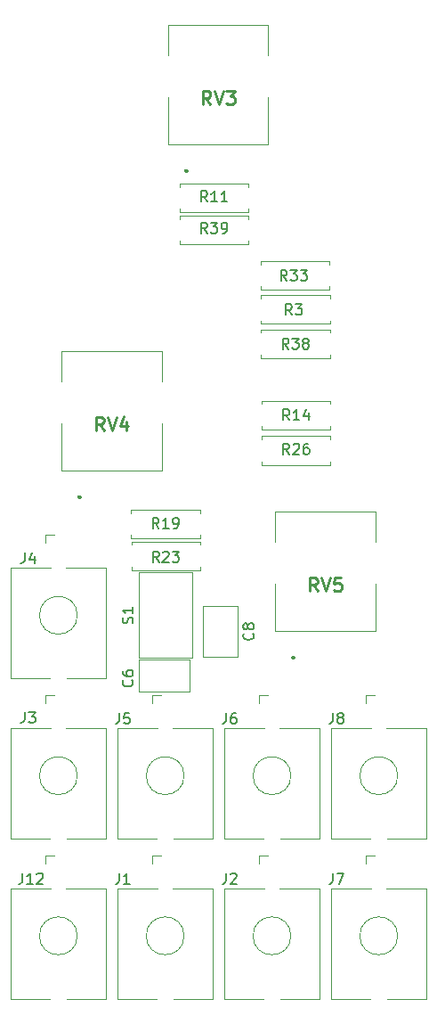
<source format=gbr>
%TF.GenerationSoftware,KiCad,Pcbnew,(6.0.4)*%
%TF.CreationDate,2022-06-07T17:20:58+01:00*%
%TF.ProjectId,control-board,636f6e74-726f-46c2-9d62-6f6172642e6b,rev?*%
%TF.SameCoordinates,Original*%
%TF.FileFunction,Legend,Top*%
%TF.FilePolarity,Positive*%
%FSLAX46Y46*%
G04 Gerber Fmt 4.6, Leading zero omitted, Abs format (unit mm)*
G04 Created by KiCad (PCBNEW (6.0.4)) date 2022-06-07 17:20:58*
%MOMM*%
%LPD*%
G01*
G04 APERTURE LIST*
%ADD10C,0.150000*%
%ADD11C,0.254000*%
%ADD12C,0.120000*%
%ADD13C,0.100000*%
%ADD14C,0.300000*%
G04 APERTURE END LIST*
D10*
%TO.C,J8*%
X45856666Y-93908380D02*
X45856666Y-94622666D01*
X45809047Y-94765523D01*
X45713809Y-94860761D01*
X45570952Y-94908380D01*
X45475714Y-94908380D01*
X46475714Y-94336952D02*
X46380476Y-94289333D01*
X46332857Y-94241714D01*
X46285238Y-94146476D01*
X46285238Y-94098857D01*
X46332857Y-94003619D01*
X46380476Y-93956000D01*
X46475714Y-93908380D01*
X46666190Y-93908380D01*
X46761428Y-93956000D01*
X46809047Y-94003619D01*
X46856666Y-94098857D01*
X46856666Y-94146476D01*
X46809047Y-94241714D01*
X46761428Y-94289333D01*
X46666190Y-94336952D01*
X46475714Y-94336952D01*
X46380476Y-94384571D01*
X46332857Y-94432190D01*
X46285238Y-94527428D01*
X46285238Y-94717904D01*
X46332857Y-94813142D01*
X46380476Y-94860761D01*
X46475714Y-94908380D01*
X46666190Y-94908380D01*
X46761428Y-94860761D01*
X46809047Y-94813142D01*
X46856666Y-94717904D01*
X46856666Y-94527428D01*
X46809047Y-94432190D01*
X46761428Y-94384571D01*
X46666190Y-94336952D01*
%TO.C,R19*%
X29297142Y-76354380D02*
X28963809Y-75878190D01*
X28725714Y-76354380D02*
X28725714Y-75354380D01*
X29106666Y-75354380D01*
X29201904Y-75402000D01*
X29249523Y-75449619D01*
X29297142Y-75544857D01*
X29297142Y-75687714D01*
X29249523Y-75782952D01*
X29201904Y-75830571D01*
X29106666Y-75878190D01*
X28725714Y-75878190D01*
X30249523Y-76354380D02*
X29678095Y-76354380D01*
X29963809Y-76354380D02*
X29963809Y-75354380D01*
X29868571Y-75497238D01*
X29773333Y-75592476D01*
X29678095Y-75640095D01*
X30725714Y-76354380D02*
X30916190Y-76354380D01*
X31011428Y-76306761D01*
X31059047Y-76259142D01*
X31154285Y-76116285D01*
X31201904Y-75925809D01*
X31201904Y-75544857D01*
X31154285Y-75449619D01*
X31106666Y-75402000D01*
X31011428Y-75354380D01*
X30820952Y-75354380D01*
X30725714Y-75402000D01*
X30678095Y-75449619D01*
X30630476Y-75544857D01*
X30630476Y-75782952D01*
X30678095Y-75878190D01*
X30725714Y-75925809D01*
X30820952Y-75973428D01*
X31011428Y-75973428D01*
X31106666Y-75925809D01*
X31154285Y-75878190D01*
X31201904Y-75782952D01*
%TO.C,J4*%
X16546666Y-78668380D02*
X16546666Y-79382666D01*
X16499047Y-79525523D01*
X16403809Y-79620761D01*
X16260952Y-79668380D01*
X16165714Y-79668380D01*
X17451428Y-79001714D02*
X17451428Y-79668380D01*
X17213333Y-78620761D02*
X16975238Y-79335047D01*
X17594285Y-79335047D01*
%TO.C,S1*%
X26784761Y-85375904D02*
X26832380Y-85233047D01*
X26832380Y-84994952D01*
X26784761Y-84899714D01*
X26737142Y-84852095D01*
X26641904Y-84804476D01*
X26546666Y-84804476D01*
X26451428Y-84852095D01*
X26403809Y-84899714D01*
X26356190Y-84994952D01*
X26308571Y-85185428D01*
X26260952Y-85280666D01*
X26213333Y-85328285D01*
X26118095Y-85375904D01*
X26022857Y-85375904D01*
X25927619Y-85328285D01*
X25880000Y-85280666D01*
X25832380Y-85185428D01*
X25832380Y-84947333D01*
X25880000Y-84804476D01*
X26832380Y-83852095D02*
X26832380Y-84423523D01*
X26832380Y-84137809D02*
X25832380Y-84137809D01*
X25975238Y-84233047D01*
X26070476Y-84328285D01*
X26118095Y-84423523D01*
D11*
%TO.C,RV4*%
X24059047Y-67045523D02*
X23635714Y-66440761D01*
X23333333Y-67045523D02*
X23333333Y-65775523D01*
X23817142Y-65775523D01*
X23938095Y-65836000D01*
X23998571Y-65896476D01*
X24059047Y-66017428D01*
X24059047Y-66198857D01*
X23998571Y-66319809D01*
X23938095Y-66380285D01*
X23817142Y-66440761D01*
X23333333Y-66440761D01*
X24421904Y-65775523D02*
X24845238Y-67045523D01*
X25268571Y-65775523D01*
X26236190Y-66198857D02*
X26236190Y-67045523D01*
X25933809Y-65715047D02*
X25631428Y-66622190D01*
X26417619Y-66622190D01*
D10*
%TO.C,R14*%
X41722142Y-66066380D02*
X41388809Y-65590190D01*
X41150714Y-66066380D02*
X41150714Y-65066380D01*
X41531666Y-65066380D01*
X41626904Y-65114000D01*
X41674523Y-65161619D01*
X41722142Y-65256857D01*
X41722142Y-65399714D01*
X41674523Y-65494952D01*
X41626904Y-65542571D01*
X41531666Y-65590190D01*
X41150714Y-65590190D01*
X42674523Y-66066380D02*
X42103095Y-66066380D01*
X42388809Y-66066380D02*
X42388809Y-65066380D01*
X42293571Y-65209238D01*
X42198333Y-65304476D01*
X42103095Y-65352095D01*
X43531666Y-65399714D02*
X43531666Y-66066380D01*
X43293571Y-65018761D02*
X43055476Y-65733047D01*
X43674523Y-65733047D01*
%TO.C,J6*%
X35696666Y-93908380D02*
X35696666Y-94622666D01*
X35649047Y-94765523D01*
X35553809Y-94860761D01*
X35410952Y-94908380D01*
X35315714Y-94908380D01*
X36601428Y-93908380D02*
X36410952Y-93908380D01*
X36315714Y-93956000D01*
X36268095Y-94003619D01*
X36172857Y-94146476D01*
X36125238Y-94336952D01*
X36125238Y-94717904D01*
X36172857Y-94813142D01*
X36220476Y-94860761D01*
X36315714Y-94908380D01*
X36506190Y-94908380D01*
X36601428Y-94860761D01*
X36649047Y-94813142D01*
X36696666Y-94717904D01*
X36696666Y-94479809D01*
X36649047Y-94384571D01*
X36601428Y-94336952D01*
X36506190Y-94289333D01*
X36315714Y-94289333D01*
X36220476Y-94336952D01*
X36172857Y-94384571D01*
X36125238Y-94479809D01*
%TO.C,R11*%
X33901142Y-45316380D02*
X33567809Y-44840190D01*
X33329714Y-45316380D02*
X33329714Y-44316380D01*
X33710666Y-44316380D01*
X33805904Y-44364000D01*
X33853523Y-44411619D01*
X33901142Y-44506857D01*
X33901142Y-44649714D01*
X33853523Y-44744952D01*
X33805904Y-44792571D01*
X33710666Y-44840190D01*
X33329714Y-44840190D01*
X34853523Y-45316380D02*
X34282095Y-45316380D01*
X34567809Y-45316380D02*
X34567809Y-44316380D01*
X34472571Y-44459238D01*
X34377333Y-44554476D01*
X34282095Y-44602095D01*
X35805904Y-45316380D02*
X35234476Y-45316380D01*
X35520190Y-45316380D02*
X35520190Y-44316380D01*
X35424952Y-44459238D01*
X35329714Y-44554476D01*
X35234476Y-44602095D01*
%TO.C,J1*%
X25536666Y-109123380D02*
X25536666Y-109837666D01*
X25489047Y-109980523D01*
X25393809Y-110075761D01*
X25250952Y-110123380D01*
X25155714Y-110123380D01*
X26536666Y-110123380D02*
X25965238Y-110123380D01*
X26250952Y-110123380D02*
X26250952Y-109123380D01*
X26155714Y-109266238D01*
X26060476Y-109361476D01*
X25965238Y-109409095D01*
D11*
%TO.C,RV3*%
X34209047Y-36070523D02*
X33785714Y-35465761D01*
X33483333Y-36070523D02*
X33483333Y-34800523D01*
X33967142Y-34800523D01*
X34088095Y-34861000D01*
X34148571Y-34921476D01*
X34209047Y-35042428D01*
X34209047Y-35223857D01*
X34148571Y-35344809D01*
X34088095Y-35405285D01*
X33967142Y-35465761D01*
X33483333Y-35465761D01*
X34571904Y-34800523D02*
X34995238Y-36070523D01*
X35418571Y-34800523D01*
X35720952Y-34800523D02*
X36507142Y-34800523D01*
X36083809Y-35284333D01*
X36265238Y-35284333D01*
X36386190Y-35344809D01*
X36446666Y-35405285D01*
X36507142Y-35526238D01*
X36507142Y-35828619D01*
X36446666Y-35949571D01*
X36386190Y-36010047D01*
X36265238Y-36070523D01*
X35902380Y-36070523D01*
X35781428Y-36010047D01*
X35720952Y-35949571D01*
%TO.C,RV5*%
X44384047Y-82320523D02*
X43960714Y-81715761D01*
X43658333Y-82320523D02*
X43658333Y-81050523D01*
X44142142Y-81050523D01*
X44263095Y-81111000D01*
X44323571Y-81171476D01*
X44384047Y-81292428D01*
X44384047Y-81473857D01*
X44323571Y-81594809D01*
X44263095Y-81655285D01*
X44142142Y-81715761D01*
X43658333Y-81715761D01*
X44746904Y-81050523D02*
X45170238Y-82320523D01*
X45593571Y-81050523D01*
X46621666Y-81050523D02*
X46016904Y-81050523D01*
X45956428Y-81655285D01*
X46016904Y-81594809D01*
X46137857Y-81534333D01*
X46440238Y-81534333D01*
X46561190Y-81594809D01*
X46621666Y-81655285D01*
X46682142Y-81776238D01*
X46682142Y-82078619D01*
X46621666Y-82199571D01*
X46561190Y-82260047D01*
X46440238Y-82320523D01*
X46137857Y-82320523D01*
X46016904Y-82260047D01*
X45956428Y-82199571D01*
D10*
%TO.C,J12*%
X16320476Y-109123380D02*
X16320476Y-109837666D01*
X16272857Y-109980523D01*
X16177619Y-110075761D01*
X16034761Y-110123380D01*
X15939523Y-110123380D01*
X17320476Y-110123380D02*
X16749047Y-110123380D01*
X17034761Y-110123380D02*
X17034761Y-109123380D01*
X16939523Y-109266238D01*
X16844285Y-109361476D01*
X16749047Y-109409095D01*
X17701428Y-109218619D02*
X17749047Y-109171000D01*
X17844285Y-109123380D01*
X18082380Y-109123380D01*
X18177619Y-109171000D01*
X18225238Y-109218619D01*
X18272857Y-109313857D01*
X18272857Y-109409095D01*
X18225238Y-109551952D01*
X17653809Y-110123380D01*
X18272857Y-110123380D01*
%TO.C,J2*%
X35696666Y-109123380D02*
X35696666Y-109837666D01*
X35649047Y-109980523D01*
X35553809Y-110075761D01*
X35410952Y-110123380D01*
X35315714Y-110123380D01*
X36125238Y-109218619D02*
X36172857Y-109171000D01*
X36268095Y-109123380D01*
X36506190Y-109123380D01*
X36601428Y-109171000D01*
X36649047Y-109218619D01*
X36696666Y-109313857D01*
X36696666Y-109409095D01*
X36649047Y-109551952D01*
X36077619Y-110123380D01*
X36696666Y-110123380D01*
%TO.C,J3*%
X16546666Y-93816380D02*
X16546666Y-94530666D01*
X16499047Y-94673523D01*
X16403809Y-94768761D01*
X16260952Y-94816380D01*
X16165714Y-94816380D01*
X16927619Y-93816380D02*
X17546666Y-93816380D01*
X17213333Y-94197333D01*
X17356190Y-94197333D01*
X17451428Y-94244952D01*
X17499047Y-94292571D01*
X17546666Y-94387809D01*
X17546666Y-94625904D01*
X17499047Y-94721142D01*
X17451428Y-94768761D01*
X17356190Y-94816380D01*
X17070476Y-94816380D01*
X16975238Y-94768761D01*
X16927619Y-94721142D01*
%TO.C,R3*%
X41963333Y-56066380D02*
X41630000Y-55590190D01*
X41391904Y-56066380D02*
X41391904Y-55066380D01*
X41772857Y-55066380D01*
X41868095Y-55114000D01*
X41915714Y-55161619D01*
X41963333Y-55256857D01*
X41963333Y-55399714D01*
X41915714Y-55494952D01*
X41868095Y-55542571D01*
X41772857Y-55590190D01*
X41391904Y-55590190D01*
X42296666Y-55066380D02*
X42915714Y-55066380D01*
X42582380Y-55447333D01*
X42725238Y-55447333D01*
X42820476Y-55494952D01*
X42868095Y-55542571D01*
X42915714Y-55637809D01*
X42915714Y-55875904D01*
X42868095Y-55971142D01*
X42820476Y-56018761D01*
X42725238Y-56066380D01*
X42439523Y-56066380D01*
X42344285Y-56018761D01*
X42296666Y-55971142D01*
%TO.C,C6*%
X26737142Y-90780666D02*
X26784761Y-90828285D01*
X26832380Y-90971142D01*
X26832380Y-91066380D01*
X26784761Y-91209238D01*
X26689523Y-91304476D01*
X26594285Y-91352095D01*
X26403809Y-91399714D01*
X26260952Y-91399714D01*
X26070476Y-91352095D01*
X25975238Y-91304476D01*
X25880000Y-91209238D01*
X25832380Y-91066380D01*
X25832380Y-90971142D01*
X25880000Y-90828285D01*
X25927619Y-90780666D01*
X25832380Y-89923523D02*
X25832380Y-90114000D01*
X25880000Y-90209238D01*
X25927619Y-90256857D01*
X26070476Y-90352095D01*
X26260952Y-90399714D01*
X26641904Y-90399714D01*
X26737142Y-90352095D01*
X26784761Y-90304476D01*
X26832380Y-90209238D01*
X26832380Y-90018761D01*
X26784761Y-89923523D01*
X26737142Y-89875904D01*
X26641904Y-89828285D01*
X26403809Y-89828285D01*
X26308571Y-89875904D01*
X26260952Y-89923523D01*
X26213333Y-90018761D01*
X26213333Y-90209238D01*
X26260952Y-90304476D01*
X26308571Y-90352095D01*
X26403809Y-90399714D01*
%TO.C,R26*%
X41707142Y-69316380D02*
X41373809Y-68840190D01*
X41135714Y-69316380D02*
X41135714Y-68316380D01*
X41516666Y-68316380D01*
X41611904Y-68364000D01*
X41659523Y-68411619D01*
X41707142Y-68506857D01*
X41707142Y-68649714D01*
X41659523Y-68744952D01*
X41611904Y-68792571D01*
X41516666Y-68840190D01*
X41135714Y-68840190D01*
X42088095Y-68411619D02*
X42135714Y-68364000D01*
X42230952Y-68316380D01*
X42469047Y-68316380D01*
X42564285Y-68364000D01*
X42611904Y-68411619D01*
X42659523Y-68506857D01*
X42659523Y-68602095D01*
X42611904Y-68744952D01*
X42040476Y-69316380D01*
X42659523Y-69316380D01*
X43516666Y-68316380D02*
X43326190Y-68316380D01*
X43230952Y-68364000D01*
X43183333Y-68411619D01*
X43088095Y-68554476D01*
X43040476Y-68744952D01*
X43040476Y-69125904D01*
X43088095Y-69221142D01*
X43135714Y-69268761D01*
X43230952Y-69316380D01*
X43421428Y-69316380D01*
X43516666Y-69268761D01*
X43564285Y-69221142D01*
X43611904Y-69125904D01*
X43611904Y-68887809D01*
X43564285Y-68792571D01*
X43516666Y-68744952D01*
X43421428Y-68697333D01*
X43230952Y-68697333D01*
X43135714Y-68744952D01*
X43088095Y-68792571D01*
X43040476Y-68887809D01*
%TO.C,J5*%
X25536666Y-93908380D02*
X25536666Y-94622666D01*
X25489047Y-94765523D01*
X25393809Y-94860761D01*
X25250952Y-94908380D01*
X25155714Y-94908380D01*
X26489047Y-93908380D02*
X26012857Y-93908380D01*
X25965238Y-94384571D01*
X26012857Y-94336952D01*
X26108095Y-94289333D01*
X26346190Y-94289333D01*
X26441428Y-94336952D01*
X26489047Y-94384571D01*
X26536666Y-94479809D01*
X26536666Y-94717904D01*
X26489047Y-94813142D01*
X26441428Y-94860761D01*
X26346190Y-94908380D01*
X26108095Y-94908380D01*
X26012857Y-94860761D01*
X25965238Y-94813142D01*
%TO.C,C8*%
X38237142Y-86337666D02*
X38284761Y-86385285D01*
X38332380Y-86528142D01*
X38332380Y-86623380D01*
X38284761Y-86766238D01*
X38189523Y-86861476D01*
X38094285Y-86909095D01*
X37903809Y-86956714D01*
X37760952Y-86956714D01*
X37570476Y-86909095D01*
X37475238Y-86861476D01*
X37380000Y-86766238D01*
X37332380Y-86623380D01*
X37332380Y-86528142D01*
X37380000Y-86385285D01*
X37427619Y-86337666D01*
X37760952Y-85766238D02*
X37713333Y-85861476D01*
X37665714Y-85909095D01*
X37570476Y-85956714D01*
X37522857Y-85956714D01*
X37427619Y-85909095D01*
X37380000Y-85861476D01*
X37332380Y-85766238D01*
X37332380Y-85575761D01*
X37380000Y-85480523D01*
X37427619Y-85432904D01*
X37522857Y-85385285D01*
X37570476Y-85385285D01*
X37665714Y-85432904D01*
X37713333Y-85480523D01*
X37760952Y-85575761D01*
X37760952Y-85766238D01*
X37808571Y-85861476D01*
X37856190Y-85909095D01*
X37951428Y-85956714D01*
X38141904Y-85956714D01*
X38237142Y-85909095D01*
X38284761Y-85861476D01*
X38332380Y-85766238D01*
X38332380Y-85575761D01*
X38284761Y-85480523D01*
X38237142Y-85432904D01*
X38141904Y-85385285D01*
X37951428Y-85385285D01*
X37856190Y-85432904D01*
X37808571Y-85480523D01*
X37760952Y-85575761D01*
%TO.C,R23*%
X29307142Y-79566380D02*
X28973809Y-79090190D01*
X28735714Y-79566380D02*
X28735714Y-78566380D01*
X29116666Y-78566380D01*
X29211904Y-78614000D01*
X29259523Y-78661619D01*
X29307142Y-78756857D01*
X29307142Y-78899714D01*
X29259523Y-78994952D01*
X29211904Y-79042571D01*
X29116666Y-79090190D01*
X28735714Y-79090190D01*
X29688095Y-78661619D02*
X29735714Y-78614000D01*
X29830952Y-78566380D01*
X30069047Y-78566380D01*
X30164285Y-78614000D01*
X30211904Y-78661619D01*
X30259523Y-78756857D01*
X30259523Y-78852095D01*
X30211904Y-78994952D01*
X29640476Y-79566380D01*
X30259523Y-79566380D01*
X30592857Y-78566380D02*
X31211904Y-78566380D01*
X30878571Y-78947333D01*
X31021428Y-78947333D01*
X31116666Y-78994952D01*
X31164285Y-79042571D01*
X31211904Y-79137809D01*
X31211904Y-79375904D01*
X31164285Y-79471142D01*
X31116666Y-79518761D01*
X31021428Y-79566380D01*
X30735714Y-79566380D01*
X30640476Y-79518761D01*
X30592857Y-79471142D01*
%TO.C,R39*%
X33901142Y-48316380D02*
X33567809Y-47840190D01*
X33329714Y-48316380D02*
X33329714Y-47316380D01*
X33710666Y-47316380D01*
X33805904Y-47364000D01*
X33853523Y-47411619D01*
X33901142Y-47506857D01*
X33901142Y-47649714D01*
X33853523Y-47744952D01*
X33805904Y-47792571D01*
X33710666Y-47840190D01*
X33329714Y-47840190D01*
X34234476Y-47316380D02*
X34853523Y-47316380D01*
X34520190Y-47697333D01*
X34663047Y-47697333D01*
X34758285Y-47744952D01*
X34805904Y-47792571D01*
X34853523Y-47887809D01*
X34853523Y-48125904D01*
X34805904Y-48221142D01*
X34758285Y-48268761D01*
X34663047Y-48316380D01*
X34377333Y-48316380D01*
X34282095Y-48268761D01*
X34234476Y-48221142D01*
X35329714Y-48316380D02*
X35520190Y-48316380D01*
X35615428Y-48268761D01*
X35663047Y-48221142D01*
X35758285Y-48078285D01*
X35805904Y-47887809D01*
X35805904Y-47506857D01*
X35758285Y-47411619D01*
X35710666Y-47364000D01*
X35615428Y-47316380D01*
X35424952Y-47316380D01*
X35329714Y-47364000D01*
X35282095Y-47411619D01*
X35234476Y-47506857D01*
X35234476Y-47744952D01*
X35282095Y-47840190D01*
X35329714Y-47887809D01*
X35424952Y-47935428D01*
X35615428Y-47935428D01*
X35710666Y-47887809D01*
X35758285Y-47840190D01*
X35805904Y-47744952D01*
%TO.C,R38*%
X41647142Y-59316380D02*
X41313809Y-58840190D01*
X41075714Y-59316380D02*
X41075714Y-58316380D01*
X41456666Y-58316380D01*
X41551904Y-58364000D01*
X41599523Y-58411619D01*
X41647142Y-58506857D01*
X41647142Y-58649714D01*
X41599523Y-58744952D01*
X41551904Y-58792571D01*
X41456666Y-58840190D01*
X41075714Y-58840190D01*
X41980476Y-58316380D02*
X42599523Y-58316380D01*
X42266190Y-58697333D01*
X42409047Y-58697333D01*
X42504285Y-58744952D01*
X42551904Y-58792571D01*
X42599523Y-58887809D01*
X42599523Y-59125904D01*
X42551904Y-59221142D01*
X42504285Y-59268761D01*
X42409047Y-59316380D01*
X42123333Y-59316380D01*
X42028095Y-59268761D01*
X41980476Y-59221142D01*
X43170952Y-58744952D02*
X43075714Y-58697333D01*
X43028095Y-58649714D01*
X42980476Y-58554476D01*
X42980476Y-58506857D01*
X43028095Y-58411619D01*
X43075714Y-58364000D01*
X43170952Y-58316380D01*
X43361428Y-58316380D01*
X43456666Y-58364000D01*
X43504285Y-58411619D01*
X43551904Y-58506857D01*
X43551904Y-58554476D01*
X43504285Y-58649714D01*
X43456666Y-58697333D01*
X43361428Y-58744952D01*
X43170952Y-58744952D01*
X43075714Y-58792571D01*
X43028095Y-58840190D01*
X42980476Y-58935428D01*
X42980476Y-59125904D01*
X43028095Y-59221142D01*
X43075714Y-59268761D01*
X43170952Y-59316380D01*
X43361428Y-59316380D01*
X43456666Y-59268761D01*
X43504285Y-59221142D01*
X43551904Y-59125904D01*
X43551904Y-58935428D01*
X43504285Y-58840190D01*
X43456666Y-58792571D01*
X43361428Y-58744952D01*
%TO.C,J7*%
X45856666Y-109123380D02*
X45856666Y-109837666D01*
X45809047Y-109980523D01*
X45713809Y-110075761D01*
X45570952Y-110123380D01*
X45475714Y-110123380D01*
X46237619Y-109123380D02*
X46904285Y-109123380D01*
X46475714Y-110123380D01*
%TO.C,R33*%
X41487142Y-52816380D02*
X41153809Y-52340190D01*
X40915714Y-52816380D02*
X40915714Y-51816380D01*
X41296666Y-51816380D01*
X41391904Y-51864000D01*
X41439523Y-51911619D01*
X41487142Y-52006857D01*
X41487142Y-52149714D01*
X41439523Y-52244952D01*
X41391904Y-52292571D01*
X41296666Y-52340190D01*
X40915714Y-52340190D01*
X41820476Y-51816380D02*
X42439523Y-51816380D01*
X42106190Y-52197333D01*
X42249047Y-52197333D01*
X42344285Y-52244952D01*
X42391904Y-52292571D01*
X42439523Y-52387809D01*
X42439523Y-52625904D01*
X42391904Y-52721142D01*
X42344285Y-52768761D01*
X42249047Y-52816380D01*
X41963333Y-52816380D01*
X41868095Y-52768761D01*
X41820476Y-52721142D01*
X42772857Y-51816380D02*
X43391904Y-51816380D01*
X43058571Y-52197333D01*
X43201428Y-52197333D01*
X43296666Y-52244952D01*
X43344285Y-52292571D01*
X43391904Y-52387809D01*
X43391904Y-52625904D01*
X43344285Y-52721142D01*
X43296666Y-52768761D01*
X43201428Y-52816380D01*
X42915714Y-52816380D01*
X42820476Y-52768761D01*
X42772857Y-52721142D01*
D12*
%TO.C,J8*%
X48990000Y-92206000D02*
X49850000Y-92206000D01*
X54720000Y-95356000D02*
X54720000Y-105856000D01*
X49420000Y-105856000D02*
X45720000Y-105856000D01*
X48990000Y-92206000D02*
X48990000Y-93006000D01*
X54720000Y-105856000D02*
X51020000Y-105856000D01*
X49500000Y-95356000D02*
X45720000Y-95356000D01*
X45720000Y-95356000D02*
X45720000Y-105856000D01*
X54720000Y-95356000D02*
X50940000Y-95356000D01*
X52020000Y-99856000D02*
G75*
G03*
X52020000Y-99856000I-1800000J0D01*
G01*
%TO.C,R19*%
X26670000Y-74564000D02*
X33210000Y-74564000D01*
X33210000Y-74564000D02*
X33210000Y-74894000D01*
X26670000Y-76974000D02*
X26670000Y-77304000D01*
X26670000Y-77304000D02*
X33210000Y-77304000D01*
X33210000Y-77304000D02*
X33210000Y-76974000D01*
X26670000Y-74894000D02*
X26670000Y-74564000D01*
%TO.C,J4*%
X15240000Y-80116000D02*
X15240000Y-90616000D01*
X18940000Y-90616000D02*
X15240000Y-90616000D01*
X18510000Y-76966000D02*
X18510000Y-77766000D01*
X24240000Y-90616000D02*
X20540000Y-90616000D01*
X24240000Y-80116000D02*
X20460000Y-80116000D01*
X18510000Y-76966000D02*
X19370000Y-76966000D01*
X19020000Y-80116000D02*
X15240000Y-80116000D01*
X24240000Y-80116000D02*
X24240000Y-90616000D01*
X21540000Y-84616000D02*
G75*
G03*
X21540000Y-84616000I-1800000J0D01*
G01*
%TO.C,S1*%
X27360000Y-88681000D02*
X32440000Y-88681000D01*
X32440000Y-88681000D02*
X32440000Y-80551000D01*
X32440000Y-80551000D02*
X27360000Y-80551000D01*
X27360000Y-80551000D02*
X27360000Y-88681000D01*
D13*
%TO.C,RV4*%
X20065000Y-70871000D02*
X29565000Y-70871000D01*
X29565000Y-70871000D02*
X29565000Y-66371000D01*
X20015000Y-66371000D02*
X20065000Y-70871000D01*
D14*
X21715000Y-73371000D02*
X21715000Y-73371000D01*
D13*
X20065000Y-59521000D02*
X29565000Y-59521000D01*
D14*
X21815000Y-73371000D02*
X21815000Y-73371000D01*
D13*
X20015000Y-62371000D02*
X20065000Y-59521000D01*
X29565000Y-59521000D02*
X29565000Y-62371000D01*
D14*
X21715000Y-73371000D02*
G75*
G03*
X21815000Y-73371000I50000J0D01*
G01*
X21815000Y-73371000D02*
G75*
G03*
X21715000Y-73371000I-50000J0D01*
G01*
D12*
%TO.C,R14*%
X39095000Y-64226000D02*
X45635000Y-64226000D01*
X45635000Y-66966000D02*
X45635000Y-66636000D01*
X39095000Y-66636000D02*
X39095000Y-66966000D01*
X39095000Y-66966000D02*
X45635000Y-66966000D01*
X45635000Y-64226000D02*
X45635000Y-64556000D01*
X39095000Y-64556000D02*
X39095000Y-64226000D01*
%TO.C,J6*%
X44560000Y-95356000D02*
X44560000Y-105856000D01*
X44560000Y-105856000D02*
X40860000Y-105856000D01*
X38830000Y-92206000D02*
X38830000Y-93006000D01*
X35560000Y-95356000D02*
X35560000Y-105856000D01*
X39260000Y-105856000D02*
X35560000Y-105856000D01*
X39340000Y-95356000D02*
X35560000Y-95356000D01*
X44560000Y-95356000D02*
X40780000Y-95356000D01*
X38830000Y-92206000D02*
X39690000Y-92206000D01*
X41860000Y-99856000D02*
G75*
G03*
X41860000Y-99856000I-1800000J0D01*
G01*
%TO.C,R11*%
X31274000Y-45998000D02*
X31274000Y-46328000D01*
X31274000Y-46328000D02*
X37814000Y-46328000D01*
X37814000Y-43588000D02*
X37814000Y-43918000D01*
X37814000Y-46328000D02*
X37814000Y-45998000D01*
X31274000Y-43918000D02*
X31274000Y-43588000D01*
X31274000Y-43588000D02*
X37814000Y-43588000D01*
%TO.C,J1*%
X28670000Y-107421000D02*
X29530000Y-107421000D01*
X34400000Y-110571000D02*
X34400000Y-121071000D01*
X28670000Y-107421000D02*
X28670000Y-108221000D01*
X25400000Y-110571000D02*
X25400000Y-121071000D01*
X34400000Y-121071000D02*
X30700000Y-121071000D01*
X29100000Y-121071000D02*
X25400000Y-121071000D01*
X34400000Y-110571000D02*
X30620000Y-110571000D01*
X29180000Y-110571000D02*
X25400000Y-110571000D01*
X31700000Y-115071000D02*
G75*
G03*
X31700000Y-115071000I-1800000J0D01*
G01*
D13*
%TO.C,RV3*%
X39715000Y-28546000D02*
X39715000Y-31396000D01*
X30215000Y-39896000D02*
X39715000Y-39896000D01*
X30215000Y-28546000D02*
X39715000Y-28546000D01*
D14*
X31965000Y-42396000D02*
X31965000Y-42396000D01*
D13*
X39715000Y-39896000D02*
X39715000Y-35396000D01*
D14*
X31865000Y-42396000D02*
X31865000Y-42396000D01*
D13*
X30165000Y-35396000D02*
X30215000Y-39896000D01*
X30165000Y-31396000D02*
X30215000Y-28546000D01*
D14*
X31965000Y-42396000D02*
G75*
G03*
X31865000Y-42396000I-50000J0D01*
G01*
X31865000Y-42396000D02*
G75*
G03*
X31965000Y-42396000I50000J0D01*
G01*
D13*
%TO.C,RV5*%
X40340000Y-81646000D02*
X40390000Y-86146000D01*
X40340000Y-77646000D02*
X40390000Y-74796000D01*
X49890000Y-74796000D02*
X49890000Y-77646000D01*
X40390000Y-74796000D02*
X49890000Y-74796000D01*
X40390000Y-86146000D02*
X49890000Y-86146000D01*
D14*
X42040000Y-88646000D02*
X42040000Y-88646000D01*
D13*
X49890000Y-86146000D02*
X49890000Y-81646000D01*
D14*
X42140000Y-88646000D02*
X42140000Y-88646000D01*
X42140000Y-88646000D02*
G75*
G03*
X42040000Y-88646000I-50000J0D01*
G01*
X42040000Y-88646000D02*
G75*
G03*
X42140000Y-88646000I50000J0D01*
G01*
D12*
%TO.C,J12*%
X15240000Y-110571000D02*
X15240000Y-121071000D01*
X24240000Y-110571000D02*
X20460000Y-110571000D01*
X18510000Y-107421000D02*
X19370000Y-107421000D01*
X18510000Y-107421000D02*
X18510000Y-108221000D01*
X18940000Y-121071000D02*
X15240000Y-121071000D01*
X19020000Y-110571000D02*
X15240000Y-110571000D01*
X24240000Y-110571000D02*
X24240000Y-121071000D01*
X24240000Y-121071000D02*
X20540000Y-121071000D01*
X21540000Y-115071000D02*
G75*
G03*
X21540000Y-115071000I-1800000J0D01*
G01*
%TO.C,J2*%
X44560000Y-121071000D02*
X40860000Y-121071000D01*
X39260000Y-121071000D02*
X35560000Y-121071000D01*
X44560000Y-110571000D02*
X44560000Y-121071000D01*
X35560000Y-110571000D02*
X35560000Y-121071000D01*
X38830000Y-107421000D02*
X39690000Y-107421000D01*
X38830000Y-107421000D02*
X38830000Y-108221000D01*
X44560000Y-110571000D02*
X40780000Y-110571000D01*
X39340000Y-110571000D02*
X35560000Y-110571000D01*
X41860000Y-115071000D02*
G75*
G03*
X41860000Y-115071000I-1800000J0D01*
G01*
%TO.C,J3*%
X18510000Y-92206000D02*
X19370000Y-92206000D01*
X18510000Y-92206000D02*
X18510000Y-93006000D01*
X24240000Y-95356000D02*
X24240000Y-105856000D01*
X15240000Y-95356000D02*
X15240000Y-105856000D01*
X24240000Y-105856000D02*
X20540000Y-105856000D01*
X19020000Y-95356000D02*
X15240000Y-95356000D01*
X24240000Y-95356000D02*
X20460000Y-95356000D01*
X18940000Y-105856000D02*
X15240000Y-105856000D01*
X21540000Y-99856000D02*
G75*
G03*
X21540000Y-99856000I-1800000J0D01*
G01*
%TO.C,R3*%
X39020000Y-54531000D02*
X39020000Y-54201000D01*
X39020000Y-54201000D02*
X45560000Y-54201000D01*
X39020000Y-56941000D02*
X45560000Y-56941000D01*
X45560000Y-56941000D02*
X45560000Y-56611000D01*
X39020000Y-56611000D02*
X39020000Y-56941000D01*
X45560000Y-54201000D02*
X45560000Y-54531000D01*
%TO.C,C6*%
X27420000Y-91834000D02*
X32260000Y-91834000D01*
X27420000Y-88814000D02*
X27420000Y-91834000D01*
X27420000Y-88814000D02*
X32260000Y-88814000D01*
X32260000Y-88814000D02*
X32260000Y-91834000D01*
%TO.C,R26*%
X45620000Y-70341000D02*
X45620000Y-70011000D01*
X39080000Y-67931000D02*
X39080000Y-67601000D01*
X39080000Y-70341000D02*
X45620000Y-70341000D01*
X39080000Y-67601000D02*
X45620000Y-67601000D01*
X45620000Y-67601000D02*
X45620000Y-67931000D01*
X39080000Y-70011000D02*
X39080000Y-70341000D01*
%TO.C,J5*%
X25400000Y-95356000D02*
X25400000Y-105856000D01*
X34400000Y-95356000D02*
X34400000Y-105856000D01*
X34400000Y-95356000D02*
X30620000Y-95356000D01*
X29180000Y-95356000D02*
X25400000Y-95356000D01*
X28670000Y-92206000D02*
X28670000Y-93006000D01*
X29100000Y-105856000D02*
X25400000Y-105856000D01*
X28670000Y-92206000D02*
X29530000Y-92206000D01*
X34400000Y-105856000D02*
X30700000Y-105856000D01*
X31700000Y-99856000D02*
G75*
G03*
X31700000Y-99856000I-1800000J0D01*
G01*
%TO.C,C8*%
X36760000Y-88591000D02*
X36760000Y-83751000D01*
X33520000Y-88591000D02*
X36760000Y-88591000D01*
X33520000Y-88591000D02*
X33520000Y-83751000D01*
X33520000Y-83751000D02*
X36760000Y-83751000D01*
%TO.C,R23*%
X26680000Y-80011000D02*
X26680000Y-80341000D01*
X33220000Y-77601000D02*
X33220000Y-77931000D01*
X26680000Y-77931000D02*
X26680000Y-77601000D01*
X26680000Y-80341000D02*
X33220000Y-80341000D01*
X33220000Y-80341000D02*
X33220000Y-80011000D01*
X26680000Y-77601000D02*
X33220000Y-77601000D01*
%TO.C,R39*%
X37814000Y-49376000D02*
X37814000Y-49046000D01*
X37814000Y-46636000D02*
X37814000Y-46966000D01*
X31274000Y-46636000D02*
X37814000Y-46636000D01*
X31274000Y-49046000D02*
X31274000Y-49376000D01*
X31274000Y-46966000D02*
X31274000Y-46636000D01*
X31274000Y-49376000D02*
X37814000Y-49376000D01*
%TO.C,R38*%
X39020000Y-57451000D02*
X45560000Y-57451000D01*
X45560000Y-57451000D02*
X45560000Y-57781000D01*
X45560000Y-60191000D02*
X45560000Y-59861000D01*
X39020000Y-60191000D02*
X45560000Y-60191000D01*
X39020000Y-57781000D02*
X39020000Y-57451000D01*
X39020000Y-59861000D02*
X39020000Y-60191000D01*
%TO.C,J7*%
X54720000Y-110571000D02*
X54720000Y-121071000D01*
X49500000Y-110571000D02*
X45720000Y-110571000D01*
X54720000Y-110571000D02*
X50940000Y-110571000D01*
X48990000Y-107421000D02*
X49850000Y-107421000D01*
X49420000Y-121071000D02*
X45720000Y-121071000D01*
X48990000Y-107421000D02*
X48990000Y-108221000D01*
X54720000Y-121071000D02*
X51020000Y-121071000D01*
X45720000Y-110571000D02*
X45720000Y-121071000D01*
X52020000Y-115071000D02*
G75*
G03*
X52020000Y-115071000I-1800000J0D01*
G01*
%TO.C,R33*%
X45510000Y-51281000D02*
X45510000Y-50951000D01*
X45510000Y-53691000D02*
X38970000Y-53691000D01*
X45510000Y-53361000D02*
X45510000Y-53691000D01*
X38970000Y-50951000D02*
X38970000Y-51281000D01*
X45510000Y-50951000D02*
X38970000Y-50951000D01*
X38970000Y-53691000D02*
X38970000Y-53361000D01*
%TD*%
M02*

</source>
